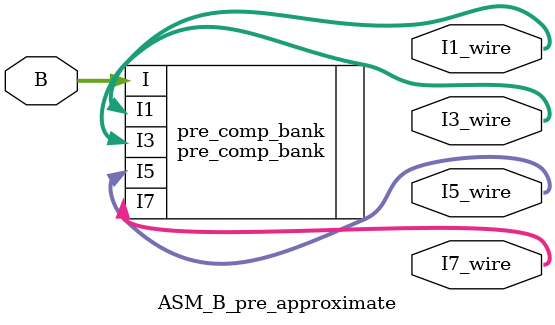
<source format=v>
`timescale 1ns / 1ps


module ASM_B_pre_approximate #(parameter WIDTH = 32, LOG2_WIDTH = $clog2(WIDTH), NIBBLE_WIDTH = 4, LOG2_NIBBLE_WIDTH = $clog2(NIBBLE_WIDTH),NIBBLES = WIDTH/4 )
(
input      [WIDTH-1:0]      B,
output     [WIDTH+2:0]      I1_wire, I3_wire, I5_wire, I7_wire
);


pre_comp_bank #(.LOG2_WIDTH(LOG2_WIDTH)) pre_comp_bank(.I(B), .I1(I1_wire),.I3(I3_wire),.I5(I5_wire),.I7(I7_wire));

endmodule


</source>
